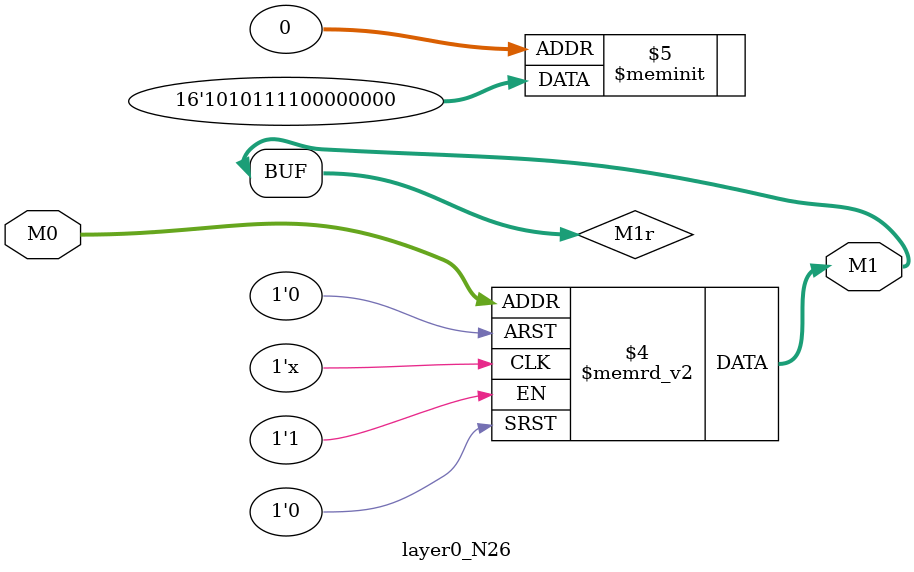
<source format=v>
module layer0_N26 ( input [2:0] M0, output [1:0] M1 );

	(*rom_style = "distributed" *) reg [1:0] M1r;
	assign M1 = M1r;
	always @ (M0) begin
		case (M0)
			3'b000: M1r = 2'b00;
			3'b100: M1r = 2'b11;
			3'b010: M1r = 2'b00;
			3'b110: M1r = 2'b10;
			3'b001: M1r = 2'b00;
			3'b101: M1r = 2'b11;
			3'b011: M1r = 2'b00;
			3'b111: M1r = 2'b10;

		endcase
	end
endmodule

</source>
